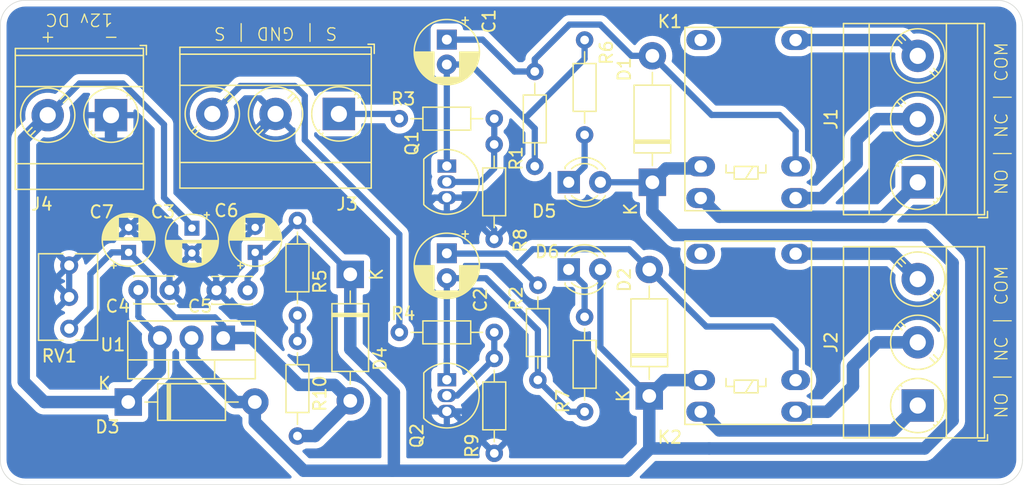
<source format=kicad_pcb>
(kicad_pcb (version 20240108) (generator "pcbnew") (generator_version "8.0")
  (layers (0 "F.Cu" signal) (31 "B.Cu" signal) (34 "B.Paste" user) (35 "F.Paste" user) (36 "B.SilkS" user "B.Silkscreen") (37 "F.SilkS" user "F.Silkscreen") (38 "B.Mask" user) (39 "F.Mask" user) (44 "Edge.Cuts" user))
  (net 0 "")
  (net 1 "Net-(D1-A)")
  (net 2 "Net-(Q1-C)")
  (net 3 "Net-(D2-A)")
  (net 4 "Net-(Q2-C)")
  (net 5 "+12V")
  (net 6 "GND")
  (net 7 "+5V")
  (net 8 "Net-(D4-A)")
  (net 9 "Net-(J1-Pin_1)")
  (net 10 "Net-(J1-Pin_2)")
  (net 11 "Net-(J1-Pin_3)")
  (net 12 "Net-(J2-Pin_1)")
  (net 13 "Net-(J2-Pin_3)")
  (net 14 "Net-(J2-Pin_2)")
  (net 15 "Net-(J3-Pin_3)")
  (net 16 "Net-(J3-Pin_1)")
  (net 17 "Net-(Q1-B)")
  (net 18 "Net-(Q2-B)")
  (net 19 "Net-(D5-K)")
  (net 20 "Net-(D6-K)")
  (net 21 "Net-(R10-Pad2)")
  (footprint "TerminalBlock_Phoenix:TerminalBlock_Phoenix_MKDS-3-3-5.08_1x03_P5.08mm_Horizontal" (layer "F.Cu") (at 197.99 88.86 90)
    (property "Reference" "J2" (at 5.08 -6.96 90) (layer "F.SilkS"))
    (property "Value" "Out2")
    (pad "1" thru_hole rect (at 0 0 90) (size 2.6 2.6) (drill 1.3) (layers "*.Cu" "*.Mask") (net 12 "Net-(J2-Pin_1)"))
    (pad "2" thru_hole circle (at 5.08 0 90) (size 2.6 2.6) (drill 1.3) (layers "*.Cu" "*.Mask") (net 14 "Net-(J2-Pin_2)"))
    (pad "3" thru_hole circle (at 10.16 0 90) (size 2.6 2.6) (drill 1.3) (layers "*.Cu" "*.Mask") (net 13 "Net-(J2-Pin_3)"))
  )
  (footprint "Resistor_THT:R_Axial_DIN0204_L3.6mm_D1.6mm_P7.62mm_Horizontal" (layer "F.Cu") (at 167.5 86.81 90)
    (property "Reference" "R2" (at 6.56 -1.75 90) (layer "F.SilkS"))
    (property "Value" "220R")
    (pad "1" thru_hole circle (at 0 0 90) (size 1.4 1.4) (drill 0.7) (layers "*.Cu" "*.Mask") (net 4 "Net-(Q2-C)"))
    (pad "2" thru_hole oval (at 7.62 0 90) (size 1.4 1.4) (drill 0.7) (layers "*.Cu" "*.Mask") (net 3 "Net-(D2-A)"))
  )
  (footprint "Potentiometer_THT:Potentiometer_Bourns_3266Y_Vertical" (layer "F.Cu") (at 129.88 82.68 -90)
    (property "Reference" "RV1" (at 2.2 0.8 180) (layer "F.SilkS"))
    (property "Value" "1k")
    (pad "1" thru_hole circle (at 0 0 270) (size 1.44 1.44) (drill 0.8) (layers "*.Cu" "*.Mask") (net 8 "Net-(D4-A)"))
    (pad "2" thru_hole circle (at -2.54 0 270) (size 1.44 1.44) (drill 0.8) (layers "*.Cu" "*.Mask") (net 6 "GND"))
    (pad "3" thru_hole circle (at -5.08 0 270) (size 1.44 1.44) (drill 0.8) (layers "*.Cu" "*.Mask") (net 6 "GND"))
  )
  (footprint "Capacitor_THT:C_Disc_D3.0mm_W2.0mm_P2.50mm" (layer "F.Cu") (at 144.2 79.605 180)
    (property "Reference" "C5" (at 3.82 -1.275 0) (layer "F.SilkS"))
    (property "Value" "0.1uF")
    (pad "1" thru_hole circle (at 0 0 180) (size 1.6 1.6) (drill 0.8) (layers "*.Cu" "*.Mask") (net 7 "+5V"))
    (pad "2" thru_hole circle (at 2.5 0 180) (size 1.6 1.6) (drill 0.8) (layers "*.Cu" "*.Mask") (net 6 "GND"))
  )
  (footprint "Resistor_THT:R_Axial_DIN0204_L3.6mm_D1.6mm_P7.62mm_Horizontal" (layer "F.Cu") (at 156.38 65.81)
    (property "Reference" "R3" (at 0.31 -1.58 0) (layer "F.SilkS"))
    (property "Value" "10k")
    (pad "1" thru_hole circle (at 0 0) (size 1.4 1.4) (drill 0.7) (layers "*.Cu" "*.Mask") (net 16 "Net-(J3-Pin_1)"))
    (pad "2" thru_hole oval (at 7.62 0) (size 1.4 1.4) (drill 0.7) (layers "*.Cu" "*.Mask") (net 17 "Net-(Q1-B)"))
  )
  (footprint "Capacitor_THT:CP_Radial_D4.0mm_P2.00mm" (layer "F.Cu") (at 139.73 74.609801 -90)
    (property "Reference" "C3" (at -1.309801 2.33 0) (layer "F.SilkS"))
    (property "Value" "10uF")
    (pad "1" thru_hole rect (at 0 0 270) (size 1.2 1.2) (drill 0.6) (layers "*.Cu" "*.Mask") (net 5 "+12V"))
    (pad "2" thru_hole circle (at 2 0 270) (size 1.2 1.2) (drill 0.6) (layers "*.Cu" "*.Mask") (net 6 "GND"))
  )
  (footprint "Capacitor_THT:CP_Radial_D4.0mm_P2.00mm" (layer "F.Cu") (at 144.81 76.555 90)
    (property "Reference" "C6" (at 3.355 -2.31 180) (layer "F.SilkS"))
    (property "Value" "10uF")
    (pad "1" thru_hole rect (at 0 0 90) (size 1.2 1.2) (drill 0.6) (layers "*.Cu" "*.Mask") (net 7 "+5V"))
    (pad "2" thru_hole circle (at 2 0 90) (size 1.2 1.2) (drill 0.6) (layers "*.Cu" "*.Mask") (net 6 "GND"))
  )
  (footprint "Resistor_THT:R_Axial_DIN0204_L3.6mm_D1.6mm_P7.62mm_Horizontal" (layer "F.Cu") (at 167.25 69.64 90)
    (property "Reference" "R1" (at 0.64 -1.5 90) (layer "F.SilkS"))
    (property "Value" "220R")
    (pad "1" thru_hole circle (at 0 0 90) (size 1.4 1.4) (drill 0.7) (layers "*.Cu" "*.Mask") (net 2 "Net-(Q1-C)"))
    (pad "2" thru_hole oval (at 7.62 0 90) (size 1.4 1.4) (drill 0.7) (layers "*.Cu" "*.Mask") (net 1 "Net-(D1-A)"))
  )
  (footprint "LED_THT:LED_D3.0mm_Clear" (layer "F.Cu") (at 169.975 77.93)
    (property "Reference" "D6" (at -1.725 -1.43 360) (layer "F.SilkS"))
    (property "Value" "GREEN")
    (pad "1" thru_hole rect (at 0 0) (size 1.8 1.8) (drill 0.9) (layers "*.Cu" "*.Mask") (net 20 "Net-(D6-K)"))
    (pad "2" thru_hole circle (at 2.54 0) (size 1.8 1.8) (drill 0.9) (layers "*.Cu" "*.Mask") (net 7 "+5V"))
  )
  (footprint "Diode_THT:D_DO-41_SOD81_P10.16mm_Horizontal" (layer "F.Cu") (at 176.69 70.92 90)
    (property "Reference" "D1" (at 9.08 -2.25 90) (layer "F.SilkS"))
    (property "Value" "1N4007")
    (fp_text user "K" (at -2.17 -1.75 90) (layer "F.SilkS"))
    (pad "1" thru_hole rect (at 0 0 90) (size 2.2 2.2) (drill 1.1) (layers "*.Cu" "*.Mask") (net 7 "+5V"))
    (pad "2" thru_hole oval (at 10.16 0 90) (size 2.2 2.2) (drill 1.1) (layers "*.Cu" "*.Mask") (net 1 "Net-(D1-A)"))
  )
  (footprint "Resistor_THT:R_Axial_DIN0204_L3.6mm_D1.6mm_P7.62mm_Horizontal" (layer "F.Cu") (at 163.99 75.5 90)
    (property "Reference" "R8" (at -0.09 2.1 90) (layer "F.SilkS"))
    (property "Value" "1M")
    (pad "1" thru_hole circle (at 0 0 90) (size 1.4 1.4) (drill 0.7) (layers "*.Cu" "*.Mask") (net 6 "GND"))
    (pad "2" thru_hole oval (at 7.62 0 90) (size 1.4 1.4) (drill 0.7) (layers "*.Cu" "*.Mask") (net 17 "Net-(Q1-B)"))
  )
  (footprint "TerminalBlock_Phoenix:TerminalBlock_Phoenix_MKDS-3-3-5.08_1x03_P5.08mm_Horizontal" (layer "F.Cu") (at 197.99 70.925 90)
    (property "Reference" "J1" (at 5.08 -6.96 90) (layer "F.SilkS"))
    (property "Value" "Out1")
    (pad "1" thru_hole rect (at 0 0 90) (size 2.6 2.6) (drill 1.3) (layers "*.Cu" "*.Mask") (net 9 "Net-(J1-Pin_1)"))
    (pad "2" thru_hole circle (at 5.08 0 90) (size 2.6 2.6) (drill 1.3) (layers "*.Cu" "*.Mask") (net 10 "Net-(J1-Pin_2)"))
    (pad "3" thru_hole circle (at 10.16 0 90) (size 2.6 2.6) (drill 1.3) (layers "*.Cu" "*.Mask") (net 11 "Net-(J1-Pin_3)"))
  )
  (footprint "Capacitor_THT:CP_Radial_D5.0mm_P2.00mm" (layer "F.Cu") (at 160.19 76.63 -90)
    (property "Reference" "C2" (at 3.76 -2.7 90) (layer "F.SilkS"))
    (property "Value" "47uF")
    (pad "1" thru_hole rect (at 0 0 270) (size 1.6 1.6) (drill 0.8) (layers "*.Cu" "*.Mask") (net 3 "Net-(D2-A)"))
    (pad "2" thru_hole circle (at 2 0 270) (size 1.6 1.6) (drill 0.8) (layers "*.Cu" "*.Mask") (net 4 "Net-(Q2-C)"))
  )
  (footprint "Diode_THT:D_DO-41_SOD81_P10.16mm_Horizontal" (layer "F.Cu") (at 134.62 88.58)
    (property "Reference" "D3" (at -1.67 2 0) (layer "F.SilkS"))
    (property "Value" "1N4007")
    (fp_text user "K" (at -1.92 -1.5 0) (layer "F.SilkS"))
    (pad "1" thru_hole rect (at 0 0) (size 2.2 2.2) (drill 1.1) (layers "*.Cu" "*.Mask") (net 5 "+12V"))
    (pad "2" thru_hole oval (at 10.16 0) (size 2.2 2.2) (drill 1.1) (layers "*.Cu" "*.Mask") (net 7 "+5V"))
  )
  (footprint "Diode_THT:D_DO-41_SOD81_P10.16mm_Horizontal" (layer "F.Cu") (at 152.44 78.32 -90)
    (property "Reference" "D4" (at 6.78 -2.4 90) (layer "F.SilkS"))
    (property "Value" "1N4007")
    (fp_text user "K" (at 0 -2.1 90) (layer "F.SilkS"))
    (pad "1" thru_hole rect (at 0 0 270) (size 2.2 2.2) (drill 1.1) (layers "*.Cu" "*.Mask") (net 7 "+5V"))
    (pad "2" thru_hole oval (at 10.16 0 270) (size 2.2 2.2) (drill 1.1) (layers "*.Cu" "*.Mask") (net 8 "Net-(D4-A)"))
  )
  (footprint "Resistor_THT:R_Axial_DIN0204_L3.6mm_D1.6mm_P7.62mm_Horizontal" (layer "F.Cu") (at 148.2 91.31 90)
    (property "Reference" "R10" (at 3.41 1.8 90) (layer "F.SilkS"))
    (property "Value" "20R")
    (pad "1" thru_hole circle (at 0 0 90) (size 1.4 1.4) (drill 0.7) (layers "*.Cu" "*.Mask") (net 8 "Net-(D4-A)"))
    (pad "2" thru_hole oval (at 7.62 0 90) (size 1.4 1.4) (drill 0.7) (layers "*.Cu" "*.Mask") (net 21 "Net-(R10-Pad2)"))
  )
  (footprint "Relay_THT:Relay_SPDT_HJR-4102" (layer "F.Cu") (at 180.57 59.49)
    (property "Reference" "K1" (at -2.48 -1.48 0) (layer "F.SilkS"))
    (property "Value" "TIANBO-HJR-4102-L")
    (pad "1" thru_hole oval (at 0 0) (size 2.3 1.6) (drill 1) (layers "*.Cu" "*.Mask"))
    (pad "5" thru_hole oval (at 0 10.16) (size 2.3 1.6) (drill 1) (layers "*.Cu" "*.Mask") (net 7 "+5V"))
    (pad "6" thru_hole oval (at 0 12.7) (size 2.3 1.6) (drill 1) (layers "*.Cu" "*.Mask") (net 9 "Net-(J1-Pin_1)"))
    (pad "7" thru_hole oval (at 7.62 12.7) (size 2.3 1.6) (drill 1) (layers "*.Cu" "*.Mask") (net 10 "Net-(J1-Pin_2)"))
    (pad "8" thru_hole oval (at 7.62 10.16) (size 2.3 1.6) (drill 1) (layers "*.Cu" "*.Mask") (net 1 "Net-(D1-A)"))
    (pad "12" thru_hole oval (at 7.62 0) (size 2.3 1.6) (drill 1) (layers "*.Cu" "*.Mask") (net 11 "Net-(J1-Pin_3)"))
  )
  (footprint "Capacitor_THT:C_Disc_D3.0mm_W2.0mm_P2.50mm" (layer "F.Cu") (at 135.43 79.58)
    (property "Reference" "C4" (at -1.65 1.3 0) (layer "F.SilkS"))
    (property "Value" "0.1uF")
    (pad "1" thru_hole circle (at 0 0) (size 1.6 1.6) (drill 0.8) (layers "*.Cu" "*.Mask") (net 5 "+12V"))
    (pad "2" thru_hole circle (at 2.5 0) (size 1.6 1.6) (drill 0.8) (layers "*.Cu" "*.Mask") (net 6 "GND"))
  )
  (footprint "Package_TO_SOT_THT:TO-92_Inline" (layer "F.Cu") (at 160.19 86.79 -90)
    (property "Reference" "Q2" (at 4.5 2.4 90) (layer "F.SilkS"))
    (property "Value" "BC337")
    (pad "1" thru_hole rect (at 0 0 270) (size 1.05 1.5) (drill 0.75) (layers "*.Cu" "*.Mask") (net 4 "Net-(Q2-C)"))
    (pad "2" thru_hole oval (at 1.27 0 270) (size 1.05 1.5) (drill 0.75) (layers "*.Cu" "*.Mask") (net 18 "Net-(Q2-B)"))
    (pad "3" thru_hole oval (at 2.54 0 270) (size 1.05 1.5) (drill 0.75) (layers "*.Cu" "*.Mask") (net 6 "GND"))
  )
  (footprint "TerminalBlock_Phoenix:TerminalBlock_Phoenix_MKDS-3-2-5.08_1x02_P5.08mm_Horizontal" (layer "F.Cu") (at 133.235 65.53 180)
    (property "Reference" "J4" (at 5.545 -7.15 0) (layer "F.SilkS"))
    (property "Value" "DC_12V")
    (pad "1" thru_hole rect (at 0 0 180) (size 2.6 2.6) (drill 1.3) (layers "*.Cu" "*.Mask") (net 6 "GND"))
    (pad "2" thru_hole circle (at 5.08 0 180) (size 2.6 2.6) (drill 1.3) (layers "*.Cu" "*.Mask") (net 5 "+12V"))
  )
  (footprint "Diode_THT:D_DO-41_SOD81_P10.16mm_Horizontal" (layer "F.Cu") (at 176.44 88.09 90)
    (property "Reference" "D2" (at 9.33 -2 90) (layer "F.SilkS"))
    (property "Value" "1N4007")
    (fp_text user "K" (at 0 -2.1 90) (layer "F.SilkS"))
    (pad "1" thru_hole rect (at 0 0 90) (size 2.2 2.2) (drill 1.1) (layers "*.Cu" "*.Mask") (net 7 "+5V"))
    (pad "2" thru_hole oval (at 10.16 0 90) (size 2.2 2.2) (drill 1.1) (layers "*.Cu" "*.Mask") (net 3 "Net-(D2-A)"))
  )
  (footprint "LED_THT:LED_D3.0mm_Clear" (layer "F.Cu") (at 169.975 70.92)
    (property "Reference" "D5" (at -1.975 2.33 0) (layer "F.SilkS"))
    (property "Value" "GREEN")
    (pad "1" thru_hole rect (at 0 0) (size 1.8 1.8) (drill 0.9) (layers "*.Cu" "*.Mask") (net 19 "Net-(D5-K)"))
    (pad "2" thru_hole circle (at 2.54 0) (size 1.8 1.8) (drill 0.9) (layers "*.Cu" "*.Mask") (net 7 "+5V"))
  )
  (footprint "TerminalBlock_Phoenix:TerminalBlock_Phoenix_MKDS-3-3-5.08_1x03_P5.08mm_Horizontal" (layer "F.Cu") (at 151.525 65.43 180)
    (property "Reference" "J3" (at -0.665 -7.25 0) (layer "F.SilkS"))
    (property "Value" "Control")
    (pad "1" thru_hole rect (at 0 0 180) (size 2.6 2.6) (drill 1.3) (layers "*.Cu" "*.Mask") (net 16 "Net-(J3-Pin_1)"))
    (pad "2" thru_hole circle (at 5.08 0 180) (size 2.6 2.6) (drill 1.3) (layers "*.Cu" "*.Mask") (net 6 "GND"))
    (pad "3" thru_hole circle (at 10.16 0 180) (size 2.6 2.6) (drill 1.3) (layers "*.Cu" "*.Mask") (net 15 "Net-(J3-Pin_3)"))
  )
  (footprint "Resistor_THT:R_Axial_DIN0204_L3.6mm_D1.6mm_P7.62mm_Horizontal" (layer "F.Cu") (at 171.25 89.36 90)
    (property "Reference" "R7" (at 0.86 -1.75 90) (layer "F.SilkS"))
    (property "Value" "220R")
    (pad "1" thru_hole circle (at 0 0 90) (size 1.4 1.4) (drill 0.7) (layers "*.Cu" "*.Mask") (net 4 "Net-(Q2-C)"))
    (pad "2" thru_hole oval (at 7.62 0 90) (size 1.4 1.4) (drill 0.7) (layers "*.Cu" "*.Mask") (net 20 "Net-(D6-K)"))
  )
  (footprint "Capacitor_THT:CP_Radial_D4.0mm_P2.00mm" (layer "F.Cu") (at 134.65 76.555 90)
    (property "Reference" "C7" (at 3.25 -2.17 0) (layer "F.SilkS"))
    (property "Value" "10uF")
    (pad "1" thru_hole rect (at 0 0 90) (size 1.2 1.2) (drill 0.6) (layers "*.Cu" "*.Mask") (net 8 "Net-(D4-A)"))
    (pad "2" thru_hole circle (at 2 0 90) (size 1.2 1.2) (drill 0.6) (layers "*.Cu" "*.Mask") (net 6 "GND"))
  )
  (footprint "Resistor_THT:R_Axial_DIN0204_L3.6mm_D1.6mm_P7.62mm_Horizontal" (layer "F.Cu") (at 171.25 59.49 -90)
    (property "Reference" "R6" (at 1.01 -1.75 90) (layer "F.SilkS"))
    (property "Value" "220R")
    (pad "1" thru_hole circle (at 0 0 270) (size 1.4 1.4) (drill 0.7) (layers "*.Cu" "*.Mask") (net 2 "Net-(Q1-C)"))
    (pad "2" thru_hole oval (at 7.62 0 270) (size 1.4 1.4) (drill 0.7) (layers "*.Cu" "*.Mask") (net 19 "Net-(D5-K)"))
  )
  (footprint "Package_TO_SOT_THT:TO-92_Inline" (layer "F.Cu") (at 160.19 69.62 -90)
    (property "Reference" "Q1" (at -1.83 2.8 90) (layer "F.SilkS"))
    (property "Value" "BC337")
    (pad "1" thru_hole rect (at 0 0 270) (size 1.05 1.5) (drill 0.75) (layers "*.Cu" "*.Mask") (net 2 "Net-(Q1-C)"))
    (pad "2" thru_hole oval (at 1.27 0 270) (size 1.05 1.5) (drill 0.75) (layers "*.Cu" "*.Mask") (net 17 "Net-(Q1-B)"))
    (pad "3" thru_hole oval (at 2.54 0 270) (size 1.05 1.5) (drill 0.75) (layers "*.Cu" "*.Mask") (net 6 "GND"))
  )
  (footprint "Resistor_THT:R_Axial_DIN0204_L3.6mm_D1.6mm_P7.62mm_Horizontal" (layer "F.Cu") (at 164 92.7 90)
    (property "Reference" "R9" (at 0.61 -1.8 90) (layer "F.SilkS"))
    (property "Value" "1M")
    (pad "1" thru_hole circle (at 0 0 90) (size 1.4 1.4) (drill 0.7) (layers "*.Cu" "*.Mask") (net 6 "GND"))
    (pad "2" thru_hole oval (at 7.62 0 90) (size 1.4 1.4) (drill 0.7) (layers "*.Cu" "*.Mask") (net 18 "Net-(Q2-B)"))
  )
  (footprint "Capacitor_THT:CP_Radial_D5.0mm_P2.00mm" (layer "F.Cu") (at 160.19 59.46 -90)
    (property "Reference" "C1" (at -1.48 -3.39 90) (layer "F.SilkS"))
    (property "Value" "47uF")
    (pad "1" thru_hole rect (at 0 0 270) (size 1.6 1.6) (drill 0.8) (layers "*.Cu" "*.Mask") (net 1 "Net-(D1-A)"))
    (pad "2" thru_hole circle (at 2 0 270) (size 1.6 1.6) (drill 0.8) (layers "*.Cu" "*.Mask") (net 2 "Net-(Q1-C)"))
  )
  (footprint "Relay_THT:Relay_SPDT_HJR-4102" (layer "F.Cu") (at 180.57 76.66)
    (property "Reference" "K2" (at -2.48 14.75 0) (layer "F.SilkS"))
    (property "Value" "TIANBO-HJR-4102-L")
    (pad "1" thru_hole oval (at 0 0) (size 2.3 1.6) (drill 1) (layers "*.Cu" "*.Mask"))
    (pad "5" thru_hole oval (at 0 10.16) (size 2.3 1.6) (drill 1) (layers "*.Cu" "*.Mask") (net 7 "+5V"))
    (pad "6" thru_hole oval (at 0 12.7) (size 2.3 1.6) (drill 1) (layers "*.Cu" "*.Mask") (net 12 "Net-(J2-Pin_1)"))
    (pad "7" thru_hole oval (at 7.62 12.7) (size 2.3 1.6) (drill 1) (layers "*.Cu" "*.Mask") (net 14 "Net-(J2-Pin_2)"))
    (pad "8" thru_hole oval (at 7.62 10.16) (size 2.3 1.6) (drill 1) (layers "*.Cu" "*.Mask") (net 3 "Net-(D2-A)"))
    (pad "12" thru_hole oval (at 7.62 0) (size 2.3 1.6) (drill 1) (layers "*.Cu" "*.Mask") (net 13 "Net-(J2-Pin_3)"))
  )
  (footprint "Resistor_THT:R_Axial_DIN0204_L3.6mm_D1.6mm_P7.62mm_Horizontal" (layer "F.Cu") (at 156.38 82.98)
    (property "Reference" "R4" (at 0.31 -1.5 0) (layer "F.SilkS"))
    (property "Value" "10k")
    (pad "1" thru_hole circle (at 0 0) (size 1.4 1.4) (drill 0.7) (layers "*.Cu" "*.Mask") (net 15 "Net-(J3-Pin_3)"))
    (pad "2" thru_hole oval (at 7.62 0) (size 1.4 1.4) (drill 0.7) (layers "*.Cu" "*.Mask") (net 18 "Net-(Q2-B)"))
  )
  (footprint "Package_TO_SOT_THT:TO-220-3_Vertical" (layer "F.Cu") (at 142.24 83.435 180)
    (property "Reference" "U1" (at 8.86 -0.545 0) (layer "F.SilkS"))
    (property "Value" "LM317_TO-220")
    (pad "1" thru_hole rect (at 0 0 180) (size 1.905 2) (drill 1.1) (layers "*.Cu" "*.Mask") (net 8 "Net-(D4-A)"))
    (pad "2" thru_hole oval (at 2.54 0 180) (size 1.905 2) (drill 1.1) (layers "*.Cu" "*.Mask") (net 7 "+5V"))
    (pad "3" thru_hole oval (at 5.08 0 180) (size 1.905 2) (drill 1.1) (layers "*.Cu" "*.Mask") (net 5 "+12V"))
  )
  (footprint "Resistor_THT:R_Axial_DIN0204_L3.6mm_D1.6mm_P7.62mm_Horizontal" (layer "F.Cu") (at 148.2 81.61 90)
    (property "Reference" "R5" (at 2.71 1.8 90) (layer "F.SilkS"))
    (property "Value" "220R")
    (pad "1" thru_hole circle (at 0 0 90) (size 1.4 1.4) (drill 0.7) (layers "*.Cu" "*.Mask") (net 21 "Net-(R10-Pad2)"))
    (pad "2" thru_hole oval (at 7.62 0 90) (size 1.4 1.4) (drill 0.7) (layers "*.Cu" "*.Mask") (net 7 "+5V"))
  )
  (gr_line (start 124.35 93.225225) (end 124.35 58.3) (stroke (width 0.05)) (layer "Edge.Cuts"))
  (gr_arc (start 206.4 93.225225) (mid 205.814205 94.639422) (end 204.4 95.225225) (stroke (width 0.05)) (layer "Edge.Cuts"))
  (gr_arc (start 124.35 58.3) (mid 124.935786 56.885786) (end 126.35 56.3) (stroke (width 0.05)) (layer "Edge.Cuts"))
  (gr_line (start 206.4 58.3) (end 206.4 93.225225) (stroke (width 0.05)) (layer "Edge.Cuts"))
  (gr_line (start 126.35 56.3) (end 204.4 56.3) (stroke (width 0.05)) (layer "Edge.Cuts"))
  (gr_arc (start 126.35 95.225225) (mid 124.935786 94.639439) (end 124.35 93.225225) (stroke (width 0.05)) (layer "Edge.Cuts"))
  (gr_line (start 204.4 95.225225) (end 126.35 95.225225) (stroke (width 0.05)) (layer "Edge.Cuts"))
  (gr_arc (start 204.4 56.3) (mid 205.814214 56.885786) (end 206.4 58.3) (stroke (width 0.05)) (layer "Edge.Cuts"))
  (gr_text "S | GND | S" (at 146.445001 58.38 180) (layer "F.SilkS") (effects (font (size 1 1) (thickness 0.1)) (justify bottom)))
  (gr_text "-" (at 132.565953 59.78 0) (layer "F.SilkS") (effects (font (size 1 1) (thickness 0.1)) (justify left bottom)))
  (gr_text "12v DC" (at 133.454286 57.28 180) (layer "F.SilkS") (effects (font (size 1 1) (thickness 0.1)) (justify left bottom)))
  (gr_text "+" (at 127.485953 59.78 0) (layer "F.SilkS") (effects (font (size 1 1) (thickness 0.1)) (justify left bottom)))
  (gr_text "NO | NC | COM" (at 205.29 72.01 90) (layer "F.SilkS") (effects (font (size 1 1) (thickness 0.1)) (justify left bottom)))
  (gr_text "NO | NC | COM" (at 205.29 89.972858 90) (layer "F.SilkS") (effects (font (size 1 1) (thickness 0.1)) (justify left bottom)))
  (segment (start 167.25 61.030051) (end 170.030051 58.25) (width 0.5) (layer "B.Cu") (net 1))
  (segment (start 188.19 66.81) (end 188.19 69.65) (width 0.5) (layer "B.Cu") (net 1))
  (segment (start 167.25 62.02) (end 167.25 61.030051) (width 0.5) (layer "B.Cu") (net 1))
  (segment (start 160.19 59.46) (end 163.06 59.46) (width 0.5) (layer "B.Cu") (net 1))
  (segment (start 176.69 60.76) (end 181.44 65.51) (width 0.5) (layer "B.Cu") (net 1))
  (segment (start 167.25 62.02) (end 167.38 62.02) (width 0.5) (layer "B.Cu") (net 1))
  (segment (start 165.62 62.02) (end 167.25 62.02) (width 0.5) (layer "B.Cu") (net 1))
  (segment (start 172.5 58.25) (end 175.01 60.76) (width 0.5) (layer "B.Cu") (net 1))
  (segment (start 181.44 65.51) (end 186.89 65.51) (width 0.5) (layer "B.Cu") (net 1))
  (segment (start 175.01 60.76) (end 176.69 60.76) (width 0.5) (layer "B.Cu") (net 1))
  (segment (start 163.06 59.46) (end 165.62 62.02) (width 0.5) (layer "B.Cu") (net 1))
  (segment (start 186.89 65.51) (end 188.19 66.81) (width 0.5) (layer "B.Cu") (net 1))
  (segment (start 170.030051 58.25) (end 172.5 58.25) (width 0.5) (layer "B.Cu") (net 1))
  (segment (start 167.25 66.59863) (end 167.25 69.64) (width 0.5) (layer "B.Cu") (net 2))
  (segment (start 166.450685 65.799315) (end 167.25 66.59863) (width 0.5) (layer "B.Cu") (net 2))
  (segment (start 162.11137 61.46) (end 166.450685 65.799315) (width 0.5) (layer "B.Cu") (net 2))
  (segment (start 160.19 69.62) (end 160.19 61.46) (width 0.5) (layer "B.Cu") (net 2))
  (segment (start 171.25 59.49) (end 171.25 61) (width 0.5) (layer "B.Cu") (net 2))
  (segment (start 171.25 61) (end 166.450685 65.799315) (width 0.5) (layer "B.Cu") (net 2))
  (segment (start 160.19 61.46) (end 162.11137 61.46) (width 0.5) (layer "B.Cu") (net 2))
  (segment (start 181.02 82.51) (end 186.29 82.51) (width 0.5) (layer "B.Cu") (net 3))
  (segment (start 164.96 76.65) (end 165.855 77.545) (width 0.5) (layer "B.Cu") (net 3))
  (segment (start 167.1 76.3) (end 165.855 77.545) (width 0.5) (layer "B.Cu") (net 3))
  (segment (start 176.44 77.93) (end 174.81 76.3) (width 0.5) (layer "B.Cu") (net 3))
  (segment (start 174.81 76.3) (end 167.1 76.3) (width 0.5) (layer "B.Cu") (net 3))
  (segment (start 188.19 84.41) (end 188.19 86.82) (width 0.5) (layer "B.Cu") (net 3))
  (segment (start 186.29 82.51) (end 188.19 84.41) (width 0.5) (layer "B.Cu") (net 3))
  (segment (start 160.19 76.63) (end 160.21 76.65) (width 0.5) (layer "B.Cu") (net 3))
  (segment (start 165.855 77.545) (end 167.5 79.19) (width 0.5) (layer "B.Cu") (net 3))
  (segment (start 176.44 77.93) (end 181.02 82.51) (width 0.5) (layer "B.Cu") (net 3))
  (segment (start 160.21 76.65) (end 164.96 76.65) (width 0.5) (layer "B.Cu") (net 3))
  (segment (start 167.5 86.81) (end 167.5 82.8) (width 0.5) (layer "B.Cu") (net 4))
  (segment (start 170.05 89.36) (end 171.25 89.36) (width 0.5) (layer "B.Cu") (net 4))
  (segment (start 160.19 86.79) (end 160.19 78.63) (width 0.5) (layer "B.Cu") (net 4))
  (segment (start 167.5 86.81) (end 170.05 89.36) (width 0.5) (layer "B.Cu") (net 4))
  (segment (start 163.33 78.63) (end 160.19 78.63) (width 0.5) (layer "B.Cu") (net 4))
  (segment (start 160.19 86.79) (end 160.19 85.163654) (width 0.5) (layer "B.Cu") (net 4))
  (segment (start 167.5 82.8) (end 163.33 78.63) (width 0.5) (layer "B.Cu") (net 4))
  (segment (start 126.23 67.455) (end 128.155 65.53) (width 1) (layer "B.Cu") (net 5))
  (segment (start 137.16 86.04) (end 134.62 88.58) (width 1) (layer "B.Cu") (net 5))
  (segment (start 137.49 72.159801) (end 137.49 66.285) (width 0.5) (layer "B.Cu") (net 5))
  (segment (start 137.49 66.285) (end 134.185 62.98) (width 0.5) (layer "B.Cu") (net 5))
  (segment (start 134.185 62.98) (end 130.705 62.98) (width 0.5) (layer "B.Cu") (net 5))
  (segment (start 127.88 88.58) (end 134.62 88.58) (width 1) (layer "B.Cu") (net 5))
  (segment (start 126.23 86.93) (end 127.88 88.58) (width 1) (layer "B.Cu") (net 5))
  (segment (start 135.43 79.58) (end 135.43 81.705) (width 0.5) (layer "B.Cu") (net 5))
  (segment (start 139.73 74.399801) (end 137.49 72.159801) (width 0.5) (layer "B.Cu") (net 5))
  (segment (start 139.73 74.609801) (end 139.73 74.399801) (width 0.5) (layer "B.Cu") (net 5))
  (segment (start 135.43 81.705) (end 137.16 83.435) (width 0.5) (layer "B.Cu") (net 5))
  (segment (start 130.705 62.98) (end 128.155 65.53) (width 0.5) (layer "B.Cu") (net 5))
  (segment (start 126.23 86.93) (end 126.23 67.455) (width 1) (layer "B.Cu") (net 5))
  (segment (start 137.7 82.895) (end 137.16 83.435) (width 0.5) (layer "B.Cu") (net 5))
  (segment (start 137.16 83.435) (end 137.16 86.04) (width 1) (layer "B.Cu") (net 5))
  (segment (start 137.555 74.555) (end 134.65 74.555) (width 0.5) (layer "B.Cu") (net 6))
  (segment (start 160.63 89.33) (end 164 92.7) (width 0.5) (layer "B.Cu") (net 6))
  (segment (start 137.93 78.409801) (end 139.73 76.609801) (width 0.5) (layer "B.Cu") (net 6))
  (segment (start 141.784801 74.555) (end 144.81 74.555) (width 0.5) (layer "B.Cu") (net 6))
  (segment (start 129.88 80.14) (end 129.88 77.6) (width 0.5) (layer "B.Cu") (net 6))
  (segment (start 144.81 67.065) (end 144.81 74.555) (width 1) (layer "B.Cu") (net 6))
  (segment (start 134.65 74.555) (end 134.675 74.58) (width 1) (layer "B.Cu") (net 6))
  (segment (start 133.7475 73.7325) (end 133.8275 73.7325) (width 0.5) (layer "B.Cu") (net 6))
  (segment (start 133.235 65.53) (end 133.235 73.14) (width 1) (layer "B.Cu") (net 6))
  (segment (start 146.445 65.43) (end 144.81 67.065) (width 1) (layer "B.Cu") (net 6))
  (segment (start 155.23 85.17) (end 157.79 87.73) (width 0.5) (layer "B.Cu") (net 6))
  (segment (start 160.19 72.16) (end 161.46 72.16) (width 0.5) (layer "B.Cu") (net 6))
  (segment (start 129.88 77.6) (end 133.7475 73.7325) (width 0.5) (layer "B.Cu") (net 6))
  (segment (start 159.21 72.16) (end 160.19 72.16) (width 0.5) (layer "B.Cu") (net 6))
  (segment (start 160.19 89.33) (end 159.39 89.33) (width 0.5) (layer "B.Cu") (net 6))
  (segment (start 161.46 72.16) (end 163.99 74.69) (width 0.5) (layer "B.Cu") (net 6))
  (segment (start 139.73 76.609801) (end 141.784801 74.555) (width 0.5) (layer "B.Cu") (net 6))
  (segment (start 137.700199 74.58) (end 137.58 74.58) (width 0.5) (layer "B.Cu") (net 6))
  (segment (start 159.39 89.33) (end 157.79 87.73) (width 0.5) (layer "B.Cu") (net 6))
  (segment (start 144.81 74.555) (end 146.525 72.84) (width 0.5) (layer "B.Cu") (net 6))
  (segment (start 141.68 79.585) (end 141.7 79.605) (width 0.5) (layer "B.Cu") (net 6))
  (segment (start 137.93 79.58) (end 137.93 78.409801) (width 0.5) (layer "B.Cu") (net 6))
  (segment (start 152.64 72.84) (end 155.23 75.43) (width 0.5) (layer "B.Cu") (net 6))
  (segment (start 141.68 78.559801) (end 141.68 79.585) (width 0.5) (layer "B.Cu") (net 6))
  (segment (start 139.73 76.609801) (end 137.700199 74.58) (width 0.5) (layer "B.Cu") (net 6))
  (segment (start 137.58 74.58) (end 137.555 74.555) (width 0.5) (layer "B.Cu") (net 6))
  (segment (start 139.73 76.609801) (end 141.68 78.559801) (width 0.5) (layer "B.Cu") (net 6))
  (segment (start 146.525 72.84) (end 152.64 72.84) (width 0.5) (layer "B.Cu") (net 6))
  (segment (start 133.8275 73.7325) (end 134.65 74.555) (width 1) (layer "B.Cu") (net 6))
  (segment (start 141.7 79.605) (end 141.7 79.85495) (width 0.5) (layer "B.Cu") (net 6))
  (segment (start 157.79 73.58) (end 159.21 72.16) (width 0.5) (layer "B.Cu") (net 6))
  (segment (start 163.99 74.69) (end 163.99 75.5) (width 0.5) (layer "B.Cu") (net 6))
  (segment (start 155.23 75.43) (end 155.23 85.17) (width 0.5) (layer "B.Cu") (net 6))
  (segment (start 157.79 87.73) (end 157.79 73.58) (width 0.5) (layer "B.Cu") (net 6))
  (segment (start 160.19 89.33) (end 160.63 89.33) (width 0.5) (layer "B.Cu") (net 6))
  (segment (start 133.235 73.14) (end 133.8275 73.7325) (width 1) (layer "B.Cu") (net 6))
  (segment (start 152.44 78.23) (end 152.44 78.32) (width 0.5) (layer "B.Cu") (net 7))
  (segment (start 176.69 73.31) (end 178.54 75.16) (width 1) (layer "B.Cu") (net 7))
  (segment (start 155.94 93.96) (end 155.8 94.1) (width 1) (layer "B.Cu") (net 7))
  (segment (start 155.8 94.1) (end 174.71 94.1) (width 1) (layer "B.Cu") (net 7))
  (segment (start 176.6 92.31) (end 181.25 92.31) (width 1) (layer "B.Cu") (net 7))
  (segment (start 177.71 86.82) (end 176.44 88.09) (width 1) (layer "B.Cu") (net 7))
  (segment (start 144.81 77.95) (end 144.2 78.56) (width 0.5) (layer "B.Cu") (net 7))
  (segment (start 198.54 92.31) (end 181.25 92.31) (width 1) (layer "B.Cu") (net 7))
  (segment (start 172.515 70.92) (end 176.69 70.92) (width 0.5) (layer "B.Cu") (net 7))
  (segment (start 198.54 75.16) (end 200.79 77.41) (width 1) (layer "B.Cu") (net 7))
  (segment (start 139.7 83.435) (end 139.7 85.055634) (width 1) (layer "B.Cu") (net 7))
  (segment (start 178.54 75.16) (end 198.54 75.16) (width 1) (layer "B.Cu") (net 7))
  (segment (start 176.69 70.92) (end 176.69 73.31) (width 1) (layer "B.Cu") (net 7))
  (segment (start 144.81 76.555) (end 145.635 76.555) (width 0.5) (layer "B.Cu") (net 7))
  (segment (start 176.44 88.09) (end 176.675 88.325) (width 1) (layer "B.Cu") (net 7))
  (segment (start 174.71 94.1) (end 176.5 92.31) (width 1) (layer "B.Cu") (net 7))
  (segment (start 176.5 92.31) (end 176.6 92.31) (width 1) (layer "B.Cu") (net 7))
  (segment (start 176.44 92.15) (end 176.6 92.31) (width 1) (layer "B.Cu") (net 7))
  (segment (start 139.7 85.055634) (end 143.224366 88.58) (width 1) (layer "B.Cu") (net 7))
  (segment (start 144.2 78.56) (end 144.2 79.605) (width 0.5) (layer "B.Cu") (net 7))
  (segment (start 152.44 84.33) (end 155.94 87.83) (width 1) (layer "B.Cu") (net 7))
  (segment (start 176.69 70.92) (end 177.8 69.81) (width 1) (layer "B.Cu") (net 7))
  (segment (start 148.7 94.1) (end 155.8 94.1) (width 1) (layer "B.Cu") (net 7))
  (segment (start 176.44 88.09) (end 176.44 92.15) (width 1) (layer "B.Cu") (net 7))
  (segment (start 180.57 86.82) (end 177.71 86.82) (width 1) (layer "B.Cu") (net 7))
  (segment (start 155.94 87.83) (end 155.94 93.96) (width 1) (layer "B.Cu") (net 7))
  (segment (start 177.8 69.81) (end 180.41 69.81) (width 1) (layer "B.Cu") (net 7))
  (segment (start 200.79 77.41) (end 200.79 90.06) (width 1) (layer "B.Cu") (net 7))
  (segment (start 148.2 73.99) (end 152.44 78.23) (width 0.5) (layer "B.Cu") (net 7))
  (segment (start 139.7 83.435) (end 139.7 82.86) (width 0.5) (layer "B.Cu") (net 7))
  (segment (start 200.79 90.06) (end 198.54 92.31) (width 1) (layer "B.Cu") (net 7))
  (segment (start 172.515 84.165) (end 176.44 88.09) (width 0.5) (layer "B.Cu") (net 7))
  (segment (start 144.78 88.58) (end 144.78 90.18) (width 1) (layer "B.Cu") (net 7))
  (segment (start 144.81 76.555) (end 144.81 77.95) (width 0.5) (layer "B.Cu") (net 7))
  (segment (start 152.44 78.32) (end 152.44 84.33) (width 1) (layer "B.Cu") (net 7))
  (segment (start 145.635 76.555) (end 148.2 73.99) (width 0.5) (layer "B.Cu") (net 7))
  (segment (start 180.41 69.81) (end 180.57 69.65) (width 1) (layer "B.Cu") (net 7))
  (segment (start 144.78 90.18) (end 148.7 94.1) (width 1) (layer "B.Cu") (net 7))
  (segment (start 172.515 77.93) (end 172.515 84.165) (width 0.5) (layer "B.Cu") (net 7))
  (segment (start 152.44 78.32) (end 152.65 78.32) (width 1) (layer "B.Cu") (net 7))
  (segment (start 143.224366 88.58) (end 144.78 88.58) (width 1) (layer "B.Cu") (net 7))
  (segment (start 151.16 87.2) (end 152.44 88.48) (width 1) (layer "B.Cu") (net 8))
  (segment (start 138.362233 81.78) (end 141.58 81.78) (width 0.5) (layer "B.Cu") (net 8))
  (segment (start 149.61 91.31) (end 152.44 88.48) (width 1) (layer "B.Cu") (net 8))
  (segment (start 136.68 80.097767) (end 138.362233 81.78) (width 0.5) (layer "B.Cu") (net 8))
  (segment (start 131.58 78.28) (end 131.58 80.98) (width 0.5) (layer "B.Cu") (net 8))
  (segment (start 148.2 91.31) (end 149.61 91.31) (width 1) (layer "B.Cu") (net 8))
  (segment (start 142.24 83.435) (end 144.535 83.435) (width 1) (layer "B.Cu") (net 8))
  (segment (start 133.305 76.555) (end 131.58 78.28) (width 0.5) (layer "B.Cu") (net 8))
  (segment (start 136.68 78.585) (end 136.68 80.097767) (width 0.5) (layer "B.Cu") (net 8))
  (segment (start 131.58 80.98) (end 129.88 82.68) (width 0.5) (layer "B.Cu") (net 8))
  (segment (start 141.58 81.78) (end 142.24 82.44) (width 0.5) (layer "B.Cu") (net 8))
  (segment (start 148.3 87.2) (end 151.16 87.2) (width 1) (layer "B.Cu") (net 8))
  (segment (start 134.65 76.555) (end 136.68 78.585) (width 0.5) (layer "B.Cu") (net 8))
  (segment (start 134.65 76.555) (end 133.305 76.555) (width 0.5) (layer "B.Cu") (net 8))
  (segment (start 142.24 82.44) (end 142.24 83.435) (width 0.5) (layer "B.Cu") (net 8))
  (segment (start 144.535 83.435) (end 148.3 87.2) (width 1) (layer "B.Cu") (net 8))
  (segment (start 195.225 73.69) (end 182.07 73.69) (width 1) (layer "B.Cu") (net 9))
  (segment (start 182.07 73.69) (end 180.57 72.19) (width 1) (layer "B.Cu") (net 9))
  (segment (start 197.99 70.925) (end 195.225 73.69) (width 1) (layer "B.Cu") (net 9))
  (segment (start 193.09 69.41) (end 193.09 67.51) (width 1) (layer "B.Cu") (net 10))
  (segment (start 194.755 65.845) (end 197.99 65.845) (width 1) (layer "B.Cu") (net 10))
  (segment (start 188.19 72.19) (end 190.31 72.19) (width 1) (layer "B.Cu") (net 10))
  (segment (start 193.09 67.51) (end 194.755 65.845) (width 1) (layer "B.Cu") (net 10))
  (segment (start 190.31 72.19) (end 193.09 69.41) (width 1) (layer "B.Cu") (net 10))
  (segment (start 188.19 59.49) (end 196.715 59.49) (width 1) (layer "B.Cu") (net 11))
  (segment (start 196.715 59.49) (end 197.99 60.765) (width 1) (layer "B.Cu") (net 11))
  (segment (start 197.99 88.86) (end 195.99 90.86) (width 1) (layer "B.Cu") (net 12))
  (segment (start 195.99 90.86) (end 182.07 90.86) (width 1) (layer "B.Cu") (net 12))
  (segment (start 182.07 90.86) (end 180.57 89.36) (width 1) (layer "B.Cu") (net 12))
  (segment (start 195.95 76.66) (end 197.99 78.7) (width 1) (layer "B.Cu") (net 13))
  (segment (start 188.19 76.66) (end 195.95 76.66) (width 1) (layer "B.Cu") (net 13))
  (segment (start 194.72 83.78) (end 197.99 83.78) (width 1) (layer "B.Cu") (net 14))
  (segment (start 188.19 89.36) (end 190.74 89.36) (width 1) (layer "B.Cu") (net 14))
  (segment (start 192.79 87.31) (end 192.79 85.71) (width 1) (layer "B.Cu") (net 14))
  (segment (start 190.74 89.36) (end 192.79 87.31) (width 1) (layer "B.Cu") (net 14))
  (segment (start 192.79 85.71) (end 194.72 83.78) (width 1) (layer "B.Cu") (net 14))
  (segment (start 148.79 63.98) (end 148.79 67.523503) (width 0.5) (layer "B.Cu") (net 15))
  (segment (start 143.615 63.18) (end 147.99 63.18) (width 0.5) (layer "B.Cu") (net 15))
  (segment (start 141.365 65.43) (end 143.615 63.18) (width 0.5) (layer "B.Cu") (net 15))
  (segment (start 147.99 63.18) (end 148.79 63.98) (width 0.5) (layer "B.Cu") (net 15))
  (segment (start 148.79 67.523503) (end 156.38 75.113503) (width 0.5) (layer "B.Cu") (net 15))
  (segment (start 156.38 75.113503) (end 156.38 82.98) (width 0.5) (layer "B.Cu") (net 15))
  (segment (start 151.525 65.43) (end 156 65.43) (width 0.5) (layer "B.Cu") (net 16))
  (segment (start 156 65.43) (end 156.38 65.81) (width 0.5) (layer "B.Cu") (net 16))
  (segment (start 163.99 69.81) (end 163.99 67.88) (width 0.5) (layer "B.Cu") (net 17))
  (segment (start 164 65.81) (end 164 67.87) (width 0.5) (layer "B.Cu") (net 17))
  (segment (start 162.91 70.89) (end 163.99 69.81) (width 0.5) (layer "B.Cu") (net 17))
  (segment (start 164 67.87) (end 163.99 67.88) (width 0.5) (layer "B.Cu") (net 17))
  (segment (start 160.19 70.89) (end 162.91 70.89) (width 0.5) (layer "B.Cu") (net 17))
  (segment (start 160.19 88.06) (end 161.02 88.06) (width 0.5) (layer "B.Cu") (net 18))
  (segment (start 164 85.08) (end 164 82.98) (width 0.5) (layer "B.Cu") (net 18))
  (segment (start 161.02 88.06) (end 164 85.08) (width 0.5) (layer "B.Cu") (net 18))
  (segment (start 171.25 69.645) (end 169.975 70.92) (width 0.5) (layer "B.Cu") (net 19))
  (segment (start 171.25 67.11) (end 171.25 69.645) (width 0.5) (layer "B.Cu") (net 19))
  (segment (start 171.25 81.74) (end 171.25 79.205) (width 0.5) (layer "B.Cu") (net 20))
  (segment (start 171.25 79.205) (end 169.975 77.93) (width 0.5) (layer "B.Cu") (net 20))
  (segment (start 148.2 81.61) (end 148.2 83.69) (width 0.5) (layer "B.Cu") (net 21))
  (zone (net 6) (net_name "GND") (layer "B.Cu") (connect_pads (clearance 0.5)) (min_thickness 0.25) (fill yes (thermal_gap 0.5) (thermal_bridge_width 0.5))
    (polygon (pts (xy 124.35 56.3) (xy 206.4 56.3) (xy 206.525 95.24955) (xy 124.475 95.24955)))
  )
)
</source>
